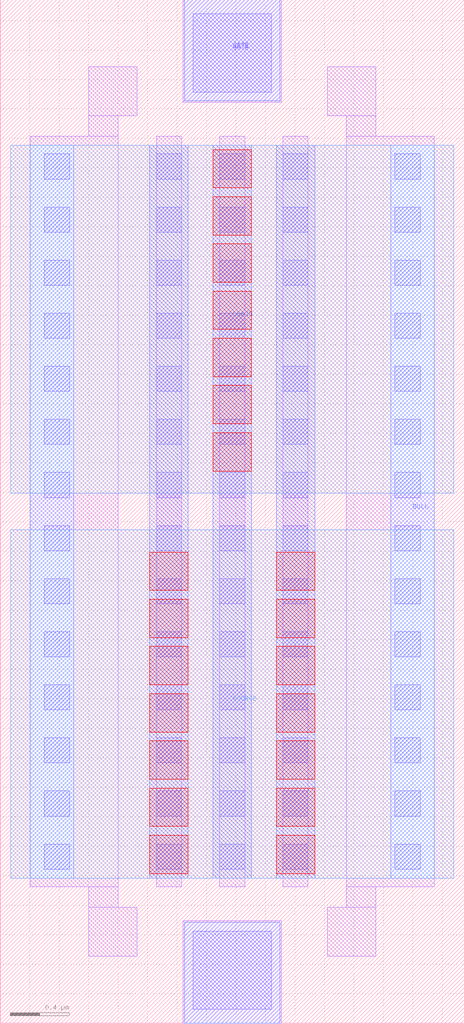
<source format=lef>
# Copyright 2020 The SkyWater PDK Authors
#
# Licensed under the Apache License, Version 2.0 (the "License");
# you may not use this file except in compliance with the License.
# You may obtain a copy of the License at
#
#     https://www.apache.org/licenses/LICENSE-2.0
#
# Unless required by applicable law or agreed to in writing, software
# distributed under the License is distributed on an "AS IS" BASIS,
# WITHOUT WARRANTIES OR CONDITIONS OF ANY KIND, either express or implied.
# See the License for the specific language governing permissions and
# limitations under the License.
#
# SPDX-License-Identifier: Apache-2.0

VERSION 5.7 ;
  NOWIREEXTENSIONATPIN ON ;
  DIVIDERCHAR "/" ;
  BUSBITCHARS "[]" ;
MACRO sky130_fd_pr__rf_pfet_01v8_bM02W5p00L0p15
  CLASS BLOCK ;
  FOREIGN sky130_fd_pr__rf_pfet_01v8_bM02W5p00L0p15 ;
  ORIGIN  0.000000  0.000000 ;
  SIZE  3.150000 BY  6.940000 ;
  PIN BULK
    ANTENNADIFFAREA  6.565000 ;
    ANTENNAGATEAREA  1.515000 ;
    PORT
      LAYER met1 ;
        RECT 0.205000 0.985000 0.500000 5.955000 ;
        RECT 2.650000 0.985000 2.945000 5.955000 ;
    END
  END BULK
  PIN DRAIN
    ANTENNADIFFAREA  1.414000 ;
    PORT
      LAYER met2 ;
        RECT 0.070000 3.595000 3.080000 5.955000 ;
    END
  END DRAIN
  PIN GATE
    ANTENNAGATEAREA  1.515000 ;
    PORT
      LAYER li1 ;
        RECT 1.240000 0.000000 1.910000 0.695000 ;
        RECT 1.240000 6.245000 1.910000 6.940000 ;
      LAYER mcon ;
        RECT 1.310000 0.095000 1.840000 0.625000 ;
        RECT 1.310000 6.315000 1.840000 6.845000 ;
    END
    PORT
      LAYER met1 ;
        RECT 1.250000 0.000000 1.900000 0.685000 ;
        RECT 1.250000 6.255000 1.900000 6.940000 ;
    END
  END GATE
  PIN SOURCE
    ANTENNADIFFAREA  2.828000 ;
    PORT
      LAYER met2 ;
        RECT 0.070000 0.985000 3.080000 3.345000 ;
    END
  END SOURCE
  OBS
    LAYER li1 ;
      RECT 0.205000 0.925000 0.800000 6.015000 ;
      RECT 0.600000 0.455000 0.930000 0.785000 ;
      RECT 0.600000 0.785000 0.800000 0.925000 ;
      RECT 0.600000 6.015000 0.800000 6.155000 ;
      RECT 0.600000 6.155000 0.930000 6.485000 ;
      RECT 1.060000 0.925000 1.230000 6.015000 ;
      RECT 1.490000 0.925000 1.660000 6.015000 ;
      RECT 1.920000 0.925000 2.090000 6.015000 ;
      RECT 2.220000 0.455000 2.550000 0.785000 ;
      RECT 2.220000 6.155000 2.550000 6.485000 ;
      RECT 2.350000 0.785000 2.550000 0.925000 ;
      RECT 2.350000 0.925000 2.945000 6.015000 ;
      RECT 2.350000 6.015000 2.550000 6.155000 ;
    LAYER mcon ;
      RECT 0.300000 1.045000 0.470000 1.215000 ;
      RECT 0.300000 1.405000 0.470000 1.575000 ;
      RECT 0.300000 1.765000 0.470000 1.935000 ;
      RECT 0.300000 2.125000 0.470000 2.295000 ;
      RECT 0.300000 2.485000 0.470000 2.655000 ;
      RECT 0.300000 2.845000 0.470000 3.015000 ;
      RECT 0.300000 3.205000 0.470000 3.375000 ;
      RECT 0.300000 3.565000 0.470000 3.735000 ;
      RECT 0.300000 3.925000 0.470000 4.095000 ;
      RECT 0.300000 4.285000 0.470000 4.455000 ;
      RECT 0.300000 4.645000 0.470000 4.815000 ;
      RECT 0.300000 5.005000 0.470000 5.175000 ;
      RECT 0.300000 5.365000 0.470000 5.535000 ;
      RECT 0.300000 5.725000 0.470000 5.895000 ;
      RECT 1.060000 1.045000 1.230000 1.215000 ;
      RECT 1.060000 1.405000 1.230000 1.575000 ;
      RECT 1.060000 1.765000 1.230000 1.935000 ;
      RECT 1.060000 2.125000 1.230000 2.295000 ;
      RECT 1.060000 2.485000 1.230000 2.655000 ;
      RECT 1.060000 2.845000 1.230000 3.015000 ;
      RECT 1.060000 3.205000 1.230000 3.375000 ;
      RECT 1.060000 3.565000 1.230000 3.735000 ;
      RECT 1.060000 3.925000 1.230000 4.095000 ;
      RECT 1.060000 4.285000 1.230000 4.455000 ;
      RECT 1.060000 4.645000 1.230000 4.815000 ;
      RECT 1.060000 5.005000 1.230000 5.175000 ;
      RECT 1.060000 5.365000 1.230000 5.535000 ;
      RECT 1.060000 5.725000 1.230000 5.895000 ;
      RECT 1.490000 1.045000 1.660000 1.215000 ;
      RECT 1.490000 1.405000 1.660000 1.575000 ;
      RECT 1.490000 1.765000 1.660000 1.935000 ;
      RECT 1.490000 2.125000 1.660000 2.295000 ;
      RECT 1.490000 2.485000 1.660000 2.655000 ;
      RECT 1.490000 2.845000 1.660000 3.015000 ;
      RECT 1.490000 3.205000 1.660000 3.375000 ;
      RECT 1.490000 3.565000 1.660000 3.735000 ;
      RECT 1.490000 3.925000 1.660000 4.095000 ;
      RECT 1.490000 4.285000 1.660000 4.455000 ;
      RECT 1.490000 4.645000 1.660000 4.815000 ;
      RECT 1.490000 5.005000 1.660000 5.175000 ;
      RECT 1.490000 5.365000 1.660000 5.535000 ;
      RECT 1.490000 5.725000 1.660000 5.895000 ;
      RECT 1.920000 1.045000 2.090000 1.215000 ;
      RECT 1.920000 1.405000 2.090000 1.575000 ;
      RECT 1.920000 1.765000 2.090000 1.935000 ;
      RECT 1.920000 2.125000 2.090000 2.295000 ;
      RECT 1.920000 2.485000 2.090000 2.655000 ;
      RECT 1.920000 2.845000 2.090000 3.015000 ;
      RECT 1.920000 3.205000 2.090000 3.375000 ;
      RECT 1.920000 3.565000 2.090000 3.735000 ;
      RECT 1.920000 3.925000 2.090000 4.095000 ;
      RECT 1.920000 4.285000 2.090000 4.455000 ;
      RECT 1.920000 4.645000 2.090000 4.815000 ;
      RECT 1.920000 5.005000 2.090000 5.175000 ;
      RECT 1.920000 5.365000 2.090000 5.535000 ;
      RECT 1.920000 5.725000 2.090000 5.895000 ;
      RECT 2.680000 1.045000 2.850000 1.215000 ;
      RECT 2.680000 1.405000 2.850000 1.575000 ;
      RECT 2.680000 1.765000 2.850000 1.935000 ;
      RECT 2.680000 2.125000 2.850000 2.295000 ;
      RECT 2.680000 2.485000 2.850000 2.655000 ;
      RECT 2.680000 2.845000 2.850000 3.015000 ;
      RECT 2.680000 3.205000 2.850000 3.375000 ;
      RECT 2.680000 3.565000 2.850000 3.735000 ;
      RECT 2.680000 3.925000 2.850000 4.095000 ;
      RECT 2.680000 4.285000 2.850000 4.455000 ;
      RECT 2.680000 4.645000 2.850000 4.815000 ;
      RECT 2.680000 5.005000 2.850000 5.175000 ;
      RECT 2.680000 5.365000 2.850000 5.535000 ;
      RECT 2.680000 5.725000 2.850000 5.895000 ;
    LAYER met1 ;
      RECT 1.015000 0.985000 1.275000 5.955000 ;
      RECT 1.445000 0.985000 1.705000 5.955000 ;
      RECT 1.875000 0.985000 2.135000 5.955000 ;
    LAYER via ;
      RECT 1.015000 1.015000 1.275000 1.275000 ;
      RECT 1.015000 1.335000 1.275000 1.595000 ;
      RECT 1.015000 1.655000 1.275000 1.915000 ;
      RECT 1.015000 1.975000 1.275000 2.235000 ;
      RECT 1.015000 2.295000 1.275000 2.555000 ;
      RECT 1.015000 2.615000 1.275000 2.875000 ;
      RECT 1.015000 2.935000 1.275000 3.195000 ;
      RECT 1.445000 3.745000 1.705000 4.005000 ;
      RECT 1.445000 4.065000 1.705000 4.325000 ;
      RECT 1.445000 4.385000 1.705000 4.645000 ;
      RECT 1.445000 4.705000 1.705000 4.965000 ;
      RECT 1.445000 5.025000 1.705000 5.285000 ;
      RECT 1.445000 5.345000 1.705000 5.605000 ;
      RECT 1.445000 5.665000 1.705000 5.925000 ;
      RECT 1.875000 1.015000 2.135000 1.275000 ;
      RECT 1.875000 1.335000 2.135000 1.595000 ;
      RECT 1.875000 1.655000 2.135000 1.915000 ;
      RECT 1.875000 1.975000 2.135000 2.235000 ;
      RECT 1.875000 2.295000 2.135000 2.555000 ;
      RECT 1.875000 2.615000 2.135000 2.875000 ;
      RECT 1.875000 2.935000 2.135000 3.195000 ;
  END
END sky130_fd_pr__rf_pfet_01v8_bM02W5p00L0p15
END LIBRARY

</source>
